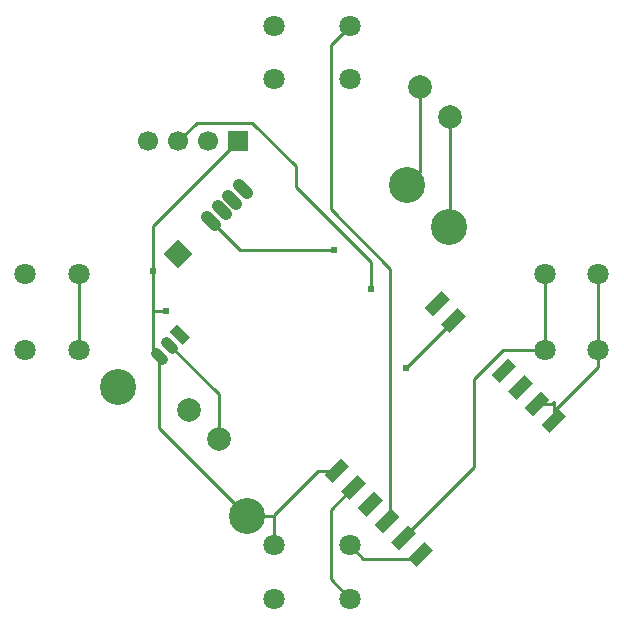
<source format=gbl>
G04 Layer: BottomLayer*
G04 EasyEDA v6.5.5, 2022-05-12 22:16:57*
G04 08c4366467794e2483e8b99e1b790a1a,62a2711f98894334b0c9608ef6a587eb,10*
G04 Gerber Generator version 0.2*
G04 Scale: 100 percent, Rotated: No, Reflected: No *
G04 Dimensions in millimeters *
G04 leading zeros omitted , absolute positions ,4 integer and 5 decimal *
%FSLAX45Y45*%
%MOMM*%

%ADD11C,0.2600*%
%ADD12C,0.6100*%
%ADD18C,1.8000*%
%ADD19R,1.7000X1.7000*%
%ADD20C,1.7000*%
%ADD21C,3.0480*%
%ADD22C,3.0500*%
%ADD23C,2.0000*%
%ADD25C,0.9751*%
%ADD26C,0.9000*%

%LPD*%
D11*
X1200404Y-69087D02*
G01*
X795528Y-474218D01*
X634745Y-1766315D02*
G01*
X663447Y-1737360D01*
X663447Y368300D01*
X157987Y873760D01*
X157987Y2258060D01*
X325120Y2424937D01*
X351789Y-1483360D02*
G01*
X157987Y-1677162D01*
X157987Y-2258060D01*
X325120Y-2424937D01*
X1975104Y324865D02*
G01*
X1974088Y323850D01*
X1974088Y-324104D01*
X775970Y-1907794D02*
G01*
X1375410Y-1308354D01*
X1375410Y-567181D01*
X1618487Y-324104D01*
X1974088Y-324104D01*
X1974088Y-324104D02*
G01*
X1975104Y-325120D01*
X2049018Y-757681D02*
G01*
X2030222Y-776223D01*
X1907539Y-776223D01*
X2049018Y-917702D02*
G01*
X2049018Y-837692D01*
X2049018Y-837692D02*
G01*
X2049018Y-757681D01*
X2049018Y-837692D02*
G01*
X2424938Y-461518D01*
X2424938Y-325120D01*
X2424938Y324865D02*
G01*
X2424938Y-325120D01*
X-1975104Y324865D02*
G01*
X-1975104Y-325120D01*
X-790702Y-1076197D02*
G01*
X-790702Y-695197D01*
X-1206500Y-279400D01*
X917702Y1901697D02*
G01*
X917702Y1185163D01*
X806195Y1073657D01*
X1165097Y1654302D02*
G01*
X1165097Y725678D01*
X1159510Y720089D01*
X-1296162Y-369315D02*
G01*
X-1296162Y-981963D01*
X-551687Y-1726437D01*
X917447Y-2049018D02*
G01*
X879855Y-2086610D01*
X436626Y-2086610D01*
X325120Y-1975104D01*
X210312Y-1341881D02*
G01*
X50292Y-1341881D01*
X-551687Y-1726437D02*
G01*
X-324865Y-1726437D01*
X50292Y-1341881D02*
G01*
X-324865Y-1717294D01*
X-324865Y-1726437D01*
X-324865Y-1726437D02*
G01*
X-324865Y-1975104D01*
X-622300Y1447800D02*
G01*
X-1344676Y725423D01*
X-1344676Y350012D01*
X-1344676Y350012D02*
G01*
X-1344676Y10921D01*
X-1344676Y10921D02*
G01*
X-1344676Y-321055D01*
X-1296162Y-369315D01*
X-1344676Y10921D02*
G01*
X-1239012Y10921D01*
X-853694Y771905D02*
G01*
X-605281Y523747D01*
X188976Y523747D01*
X-1130300Y1447800D02*
G01*
X-973581Y1604518D01*
X-503173Y1604518D01*
X-132587Y1233678D01*
X-132587Y1056639D01*
X501395Y422402D01*
X501395Y198881D01*
D18*
G01*
X324993Y-2424988D03*
G01*
X-324993Y-2424988D03*
G01*
X324993Y-1975002D03*
G01*
X-324993Y-1975002D03*
G01*
X-2424988Y-324993D03*
G01*
X-2424988Y324993D03*
G01*
X-1975002Y-324993D03*
G01*
X-1975002Y324993D03*
G01*
X-324993Y2424988D03*
G01*
X324993Y2424988D03*
G01*
X-324993Y1975002D03*
G01*
X324993Y1975002D03*
G01*
X1975027Y-324993D03*
G01*
X1975027Y324993D03*
G01*
X2425014Y-324993D03*
G01*
X2425014Y324993D03*
G36*
X-1130300Y615510D02*
G01*
X-1010089Y495300D01*
X-1130300Y375089D01*
X-1250510Y495300D01*
G37*
D19*
G01*
X-622300Y1447800D03*
D20*
G01*
X-876300Y1447825D03*
G01*
X-1130300Y1447825D03*
G01*
X-1384325Y1447800D03*
G36*
X104327Y-1377332D02*
G01*
X245750Y-1235913D01*
X316458Y-1306621D01*
X175039Y-1448043D01*
G37*
G36*
X1165148Y107749D02*
G01*
X1023726Y-33672D01*
X953015Y37038D01*
X1094437Y178460D01*
G37*
G36*
X1306550Y-33690D02*
G01*
X1165131Y-175110D01*
X1094419Y-104399D01*
X1235839Y37020D01*
G37*
G36*
X1730832Y-457934D02*
G01*
X1589410Y-599356D01*
X1518701Y-528645D01*
X1660121Y-387222D01*
G37*
G36*
X1872310Y-599302D02*
G01*
X1730888Y-740724D01*
X1660177Y-670013D01*
X1801599Y-528594D01*
G37*
G36*
X2013640Y-740813D02*
G01*
X1872218Y-882235D01*
X1801507Y-811524D01*
X1942929Y-670105D01*
G37*
G36*
X2154953Y-882342D02*
G01*
X2013531Y-1023764D01*
X1942823Y-953053D01*
X2084242Y-811634D01*
G37*
G36*
X811489Y-2084387D02*
G01*
X952911Y-1942965D01*
X1023620Y-2013676D01*
X882200Y-2155096D01*
G37*
G36*
X670013Y-1943018D02*
G01*
X811436Y-1801599D01*
X882147Y-1872310D01*
X740724Y-2013729D01*
G37*
G36*
X528594Y-1801599D02*
G01*
X670013Y-1660177D01*
X740724Y-1730888D01*
X599302Y-1872310D01*
G37*
G36*
X387169Y-1660174D02*
G01*
X528591Y-1518754D01*
X599302Y-1589465D01*
X457880Y-1730885D01*
G37*
G36*
X245750Y-1518754D02*
G01*
X387169Y-1377332D01*
X457880Y-1448043D01*
X316458Y-1589465D01*
G37*
D21*
G01*
X-1640662Y-637489D03*
G01*
X-551713Y-1726437D03*
G01*
X806094Y1073607D03*
D22*
G01*
X1159560Y720140D03*
D23*
G01*
X-790676Y-1076223D03*
G01*
X-1038148Y-828751D03*
G01*
X917676Y1901723D03*
G01*
X1165148Y1654251D03*
G36*
X-1141445Y-101208D02*
G01*
X-1205087Y-164848D01*
X-1091948Y-277987D01*
X-1028308Y-214345D01*
G37*
D12*
G01*
X795528Y-474218D03*
G01*
X-1344676Y350012D03*
G01*
X-1239012Y10921D03*
G01*
X188976Y523747D03*
G01*
X501395Y198881D03*
D25*
X-819152Y737516D02*
G01*
X-888083Y806447D01*
X-729338Y827331D02*
G01*
X-798268Y896261D01*
X-639523Y917120D02*
G01*
X-708454Y986050D01*
X-549734Y1006934D02*
G01*
X-618665Y1075865D01*
D26*
X-1231249Y-254650D02*
G01*
X-1181750Y-304149D01*
X-1321038Y-344464D02*
G01*
X-1271539Y-393964D01*
M02*

</source>
